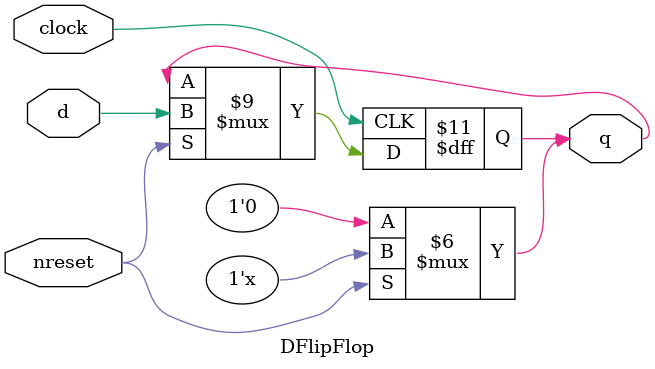
<source format=v>
`timescale 1ns / 1ns


module DFlipFlop(q,clock,nreset,d);
    output q;
    input clock,nreset,d;
    reg q;
    always @(posedge clock)
    begin
        if (nreset==1)
            q=d;
    end
    always @(nreset)
    begin
        if (nreset==0)
            q=0;
    end
endmodule
</source>
